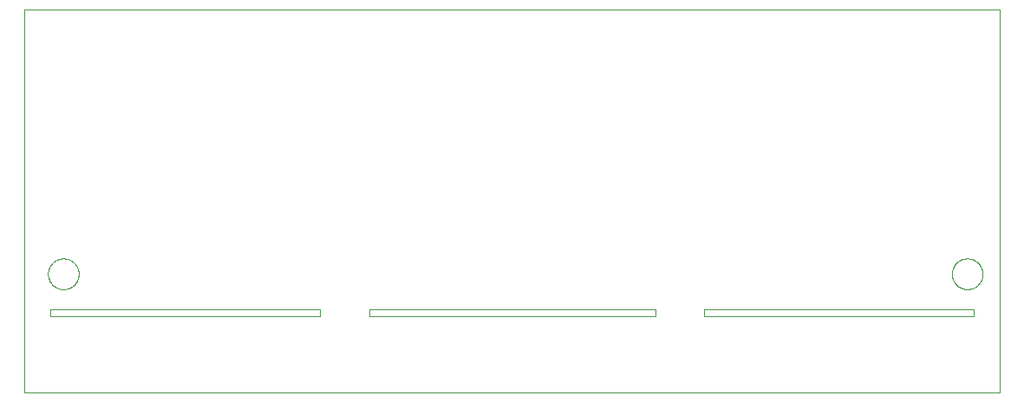
<source format=gtp>
G75*
%MOIN*%
%OFA0B0*%
%FSLAX25Y25*%
%IPPOS*%
%LPD*%
%AMOC8*
5,1,8,0,0,1.08239X$1,22.5*
%
%ADD10C,0.00000*%
D10*
X0002038Y0001200D02*
X0002038Y0148650D01*
X0376959Y0148650D01*
X0376959Y0001200D01*
X0002038Y0001200D01*
X0012018Y0030550D02*
X0012018Y0033050D01*
X0115768Y0033050D01*
X0115768Y0030550D01*
X0012018Y0030550D01*
X0011112Y0046800D02*
X0011114Y0046953D01*
X0011120Y0047107D01*
X0011130Y0047260D01*
X0011144Y0047412D01*
X0011162Y0047565D01*
X0011184Y0047716D01*
X0011209Y0047867D01*
X0011239Y0048018D01*
X0011273Y0048168D01*
X0011310Y0048316D01*
X0011351Y0048464D01*
X0011396Y0048610D01*
X0011445Y0048756D01*
X0011498Y0048900D01*
X0011554Y0049042D01*
X0011614Y0049183D01*
X0011678Y0049323D01*
X0011745Y0049461D01*
X0011816Y0049597D01*
X0011891Y0049731D01*
X0011968Y0049863D01*
X0012050Y0049993D01*
X0012134Y0050121D01*
X0012222Y0050247D01*
X0012313Y0050370D01*
X0012407Y0050491D01*
X0012505Y0050609D01*
X0012605Y0050725D01*
X0012709Y0050838D01*
X0012815Y0050949D01*
X0012924Y0051057D01*
X0013036Y0051162D01*
X0013150Y0051263D01*
X0013268Y0051362D01*
X0013387Y0051458D01*
X0013509Y0051551D01*
X0013634Y0051640D01*
X0013761Y0051727D01*
X0013890Y0051809D01*
X0014021Y0051889D01*
X0014154Y0051965D01*
X0014289Y0052038D01*
X0014426Y0052107D01*
X0014565Y0052172D01*
X0014705Y0052234D01*
X0014847Y0052292D01*
X0014990Y0052347D01*
X0015135Y0052398D01*
X0015281Y0052445D01*
X0015428Y0052488D01*
X0015576Y0052527D01*
X0015725Y0052563D01*
X0015875Y0052594D01*
X0016026Y0052622D01*
X0016177Y0052646D01*
X0016330Y0052666D01*
X0016482Y0052682D01*
X0016635Y0052694D01*
X0016788Y0052702D01*
X0016941Y0052706D01*
X0017095Y0052706D01*
X0017248Y0052702D01*
X0017401Y0052694D01*
X0017554Y0052682D01*
X0017706Y0052666D01*
X0017859Y0052646D01*
X0018010Y0052622D01*
X0018161Y0052594D01*
X0018311Y0052563D01*
X0018460Y0052527D01*
X0018608Y0052488D01*
X0018755Y0052445D01*
X0018901Y0052398D01*
X0019046Y0052347D01*
X0019189Y0052292D01*
X0019331Y0052234D01*
X0019471Y0052172D01*
X0019610Y0052107D01*
X0019747Y0052038D01*
X0019882Y0051965D01*
X0020015Y0051889D01*
X0020146Y0051809D01*
X0020275Y0051727D01*
X0020402Y0051640D01*
X0020527Y0051551D01*
X0020649Y0051458D01*
X0020768Y0051362D01*
X0020886Y0051263D01*
X0021000Y0051162D01*
X0021112Y0051057D01*
X0021221Y0050949D01*
X0021327Y0050838D01*
X0021431Y0050725D01*
X0021531Y0050609D01*
X0021629Y0050491D01*
X0021723Y0050370D01*
X0021814Y0050247D01*
X0021902Y0050121D01*
X0021986Y0049993D01*
X0022068Y0049863D01*
X0022145Y0049731D01*
X0022220Y0049597D01*
X0022291Y0049461D01*
X0022358Y0049323D01*
X0022422Y0049183D01*
X0022482Y0049042D01*
X0022538Y0048900D01*
X0022591Y0048756D01*
X0022640Y0048610D01*
X0022685Y0048464D01*
X0022726Y0048316D01*
X0022763Y0048168D01*
X0022797Y0048018D01*
X0022827Y0047867D01*
X0022852Y0047716D01*
X0022874Y0047565D01*
X0022892Y0047412D01*
X0022906Y0047260D01*
X0022916Y0047107D01*
X0022922Y0046953D01*
X0022924Y0046800D01*
X0022922Y0046647D01*
X0022916Y0046493D01*
X0022906Y0046340D01*
X0022892Y0046188D01*
X0022874Y0046035D01*
X0022852Y0045884D01*
X0022827Y0045733D01*
X0022797Y0045582D01*
X0022763Y0045432D01*
X0022726Y0045284D01*
X0022685Y0045136D01*
X0022640Y0044990D01*
X0022591Y0044844D01*
X0022538Y0044700D01*
X0022482Y0044558D01*
X0022422Y0044417D01*
X0022358Y0044277D01*
X0022291Y0044139D01*
X0022220Y0044003D01*
X0022145Y0043869D01*
X0022068Y0043737D01*
X0021986Y0043607D01*
X0021902Y0043479D01*
X0021814Y0043353D01*
X0021723Y0043230D01*
X0021629Y0043109D01*
X0021531Y0042991D01*
X0021431Y0042875D01*
X0021327Y0042762D01*
X0021221Y0042651D01*
X0021112Y0042543D01*
X0021000Y0042438D01*
X0020886Y0042337D01*
X0020768Y0042238D01*
X0020649Y0042142D01*
X0020527Y0042049D01*
X0020402Y0041960D01*
X0020275Y0041873D01*
X0020146Y0041791D01*
X0020015Y0041711D01*
X0019882Y0041635D01*
X0019747Y0041562D01*
X0019610Y0041493D01*
X0019471Y0041428D01*
X0019331Y0041366D01*
X0019189Y0041308D01*
X0019046Y0041253D01*
X0018901Y0041202D01*
X0018755Y0041155D01*
X0018608Y0041112D01*
X0018460Y0041073D01*
X0018311Y0041037D01*
X0018161Y0041006D01*
X0018010Y0040978D01*
X0017859Y0040954D01*
X0017706Y0040934D01*
X0017554Y0040918D01*
X0017401Y0040906D01*
X0017248Y0040898D01*
X0017095Y0040894D01*
X0016941Y0040894D01*
X0016788Y0040898D01*
X0016635Y0040906D01*
X0016482Y0040918D01*
X0016330Y0040934D01*
X0016177Y0040954D01*
X0016026Y0040978D01*
X0015875Y0041006D01*
X0015725Y0041037D01*
X0015576Y0041073D01*
X0015428Y0041112D01*
X0015281Y0041155D01*
X0015135Y0041202D01*
X0014990Y0041253D01*
X0014847Y0041308D01*
X0014705Y0041366D01*
X0014565Y0041428D01*
X0014426Y0041493D01*
X0014289Y0041562D01*
X0014154Y0041635D01*
X0014021Y0041711D01*
X0013890Y0041791D01*
X0013761Y0041873D01*
X0013634Y0041960D01*
X0013509Y0042049D01*
X0013387Y0042142D01*
X0013268Y0042238D01*
X0013150Y0042337D01*
X0013036Y0042438D01*
X0012924Y0042543D01*
X0012815Y0042651D01*
X0012709Y0042762D01*
X0012605Y0042875D01*
X0012505Y0042991D01*
X0012407Y0043109D01*
X0012313Y0043230D01*
X0012222Y0043353D01*
X0012134Y0043479D01*
X0012050Y0043607D01*
X0011968Y0043737D01*
X0011891Y0043869D01*
X0011816Y0044003D01*
X0011745Y0044139D01*
X0011678Y0044277D01*
X0011614Y0044417D01*
X0011554Y0044558D01*
X0011498Y0044700D01*
X0011445Y0044844D01*
X0011396Y0044990D01*
X0011351Y0045136D01*
X0011310Y0045284D01*
X0011273Y0045432D01*
X0011239Y0045582D01*
X0011209Y0045733D01*
X0011184Y0045884D01*
X0011162Y0046035D01*
X0011144Y0046188D01*
X0011130Y0046340D01*
X0011120Y0046493D01*
X0011114Y0046647D01*
X0011112Y0046800D01*
X0134518Y0033050D02*
X0134518Y0030550D01*
X0244518Y0030550D01*
X0244518Y0033050D01*
X0134518Y0033050D01*
X0263268Y0033050D02*
X0263268Y0030550D01*
X0367018Y0030550D01*
X0367018Y0033050D01*
X0263268Y0033050D01*
X0358612Y0046800D02*
X0358614Y0046953D01*
X0358620Y0047107D01*
X0358630Y0047260D01*
X0358644Y0047412D01*
X0358662Y0047565D01*
X0358684Y0047716D01*
X0358709Y0047867D01*
X0358739Y0048018D01*
X0358773Y0048168D01*
X0358810Y0048316D01*
X0358851Y0048464D01*
X0358896Y0048610D01*
X0358945Y0048756D01*
X0358998Y0048900D01*
X0359054Y0049042D01*
X0359114Y0049183D01*
X0359178Y0049323D01*
X0359245Y0049461D01*
X0359316Y0049597D01*
X0359391Y0049731D01*
X0359468Y0049863D01*
X0359550Y0049993D01*
X0359634Y0050121D01*
X0359722Y0050247D01*
X0359813Y0050370D01*
X0359907Y0050491D01*
X0360005Y0050609D01*
X0360105Y0050725D01*
X0360209Y0050838D01*
X0360315Y0050949D01*
X0360424Y0051057D01*
X0360536Y0051162D01*
X0360650Y0051263D01*
X0360768Y0051362D01*
X0360887Y0051458D01*
X0361009Y0051551D01*
X0361134Y0051640D01*
X0361261Y0051727D01*
X0361390Y0051809D01*
X0361521Y0051889D01*
X0361654Y0051965D01*
X0361789Y0052038D01*
X0361926Y0052107D01*
X0362065Y0052172D01*
X0362205Y0052234D01*
X0362347Y0052292D01*
X0362490Y0052347D01*
X0362635Y0052398D01*
X0362781Y0052445D01*
X0362928Y0052488D01*
X0363076Y0052527D01*
X0363225Y0052563D01*
X0363375Y0052594D01*
X0363526Y0052622D01*
X0363677Y0052646D01*
X0363830Y0052666D01*
X0363982Y0052682D01*
X0364135Y0052694D01*
X0364288Y0052702D01*
X0364441Y0052706D01*
X0364595Y0052706D01*
X0364748Y0052702D01*
X0364901Y0052694D01*
X0365054Y0052682D01*
X0365206Y0052666D01*
X0365359Y0052646D01*
X0365510Y0052622D01*
X0365661Y0052594D01*
X0365811Y0052563D01*
X0365960Y0052527D01*
X0366108Y0052488D01*
X0366255Y0052445D01*
X0366401Y0052398D01*
X0366546Y0052347D01*
X0366689Y0052292D01*
X0366831Y0052234D01*
X0366971Y0052172D01*
X0367110Y0052107D01*
X0367247Y0052038D01*
X0367382Y0051965D01*
X0367515Y0051889D01*
X0367646Y0051809D01*
X0367775Y0051727D01*
X0367902Y0051640D01*
X0368027Y0051551D01*
X0368149Y0051458D01*
X0368268Y0051362D01*
X0368386Y0051263D01*
X0368500Y0051162D01*
X0368612Y0051057D01*
X0368721Y0050949D01*
X0368827Y0050838D01*
X0368931Y0050725D01*
X0369031Y0050609D01*
X0369129Y0050491D01*
X0369223Y0050370D01*
X0369314Y0050247D01*
X0369402Y0050121D01*
X0369486Y0049993D01*
X0369568Y0049863D01*
X0369645Y0049731D01*
X0369720Y0049597D01*
X0369791Y0049461D01*
X0369858Y0049323D01*
X0369922Y0049183D01*
X0369982Y0049042D01*
X0370038Y0048900D01*
X0370091Y0048756D01*
X0370140Y0048610D01*
X0370185Y0048464D01*
X0370226Y0048316D01*
X0370263Y0048168D01*
X0370297Y0048018D01*
X0370327Y0047867D01*
X0370352Y0047716D01*
X0370374Y0047565D01*
X0370392Y0047412D01*
X0370406Y0047260D01*
X0370416Y0047107D01*
X0370422Y0046953D01*
X0370424Y0046800D01*
X0370422Y0046647D01*
X0370416Y0046493D01*
X0370406Y0046340D01*
X0370392Y0046188D01*
X0370374Y0046035D01*
X0370352Y0045884D01*
X0370327Y0045733D01*
X0370297Y0045582D01*
X0370263Y0045432D01*
X0370226Y0045284D01*
X0370185Y0045136D01*
X0370140Y0044990D01*
X0370091Y0044844D01*
X0370038Y0044700D01*
X0369982Y0044558D01*
X0369922Y0044417D01*
X0369858Y0044277D01*
X0369791Y0044139D01*
X0369720Y0044003D01*
X0369645Y0043869D01*
X0369568Y0043737D01*
X0369486Y0043607D01*
X0369402Y0043479D01*
X0369314Y0043353D01*
X0369223Y0043230D01*
X0369129Y0043109D01*
X0369031Y0042991D01*
X0368931Y0042875D01*
X0368827Y0042762D01*
X0368721Y0042651D01*
X0368612Y0042543D01*
X0368500Y0042438D01*
X0368386Y0042337D01*
X0368268Y0042238D01*
X0368149Y0042142D01*
X0368027Y0042049D01*
X0367902Y0041960D01*
X0367775Y0041873D01*
X0367646Y0041791D01*
X0367515Y0041711D01*
X0367382Y0041635D01*
X0367247Y0041562D01*
X0367110Y0041493D01*
X0366971Y0041428D01*
X0366831Y0041366D01*
X0366689Y0041308D01*
X0366546Y0041253D01*
X0366401Y0041202D01*
X0366255Y0041155D01*
X0366108Y0041112D01*
X0365960Y0041073D01*
X0365811Y0041037D01*
X0365661Y0041006D01*
X0365510Y0040978D01*
X0365359Y0040954D01*
X0365206Y0040934D01*
X0365054Y0040918D01*
X0364901Y0040906D01*
X0364748Y0040898D01*
X0364595Y0040894D01*
X0364441Y0040894D01*
X0364288Y0040898D01*
X0364135Y0040906D01*
X0363982Y0040918D01*
X0363830Y0040934D01*
X0363677Y0040954D01*
X0363526Y0040978D01*
X0363375Y0041006D01*
X0363225Y0041037D01*
X0363076Y0041073D01*
X0362928Y0041112D01*
X0362781Y0041155D01*
X0362635Y0041202D01*
X0362490Y0041253D01*
X0362347Y0041308D01*
X0362205Y0041366D01*
X0362065Y0041428D01*
X0361926Y0041493D01*
X0361789Y0041562D01*
X0361654Y0041635D01*
X0361521Y0041711D01*
X0361390Y0041791D01*
X0361261Y0041873D01*
X0361134Y0041960D01*
X0361009Y0042049D01*
X0360887Y0042142D01*
X0360768Y0042238D01*
X0360650Y0042337D01*
X0360536Y0042438D01*
X0360424Y0042543D01*
X0360315Y0042651D01*
X0360209Y0042762D01*
X0360105Y0042875D01*
X0360005Y0042991D01*
X0359907Y0043109D01*
X0359813Y0043230D01*
X0359722Y0043353D01*
X0359634Y0043479D01*
X0359550Y0043607D01*
X0359468Y0043737D01*
X0359391Y0043869D01*
X0359316Y0044003D01*
X0359245Y0044139D01*
X0359178Y0044277D01*
X0359114Y0044417D01*
X0359054Y0044558D01*
X0358998Y0044700D01*
X0358945Y0044844D01*
X0358896Y0044990D01*
X0358851Y0045136D01*
X0358810Y0045284D01*
X0358773Y0045432D01*
X0358739Y0045582D01*
X0358709Y0045733D01*
X0358684Y0045884D01*
X0358662Y0046035D01*
X0358644Y0046188D01*
X0358630Y0046340D01*
X0358620Y0046493D01*
X0358614Y0046647D01*
X0358612Y0046800D01*
M02*

</source>
